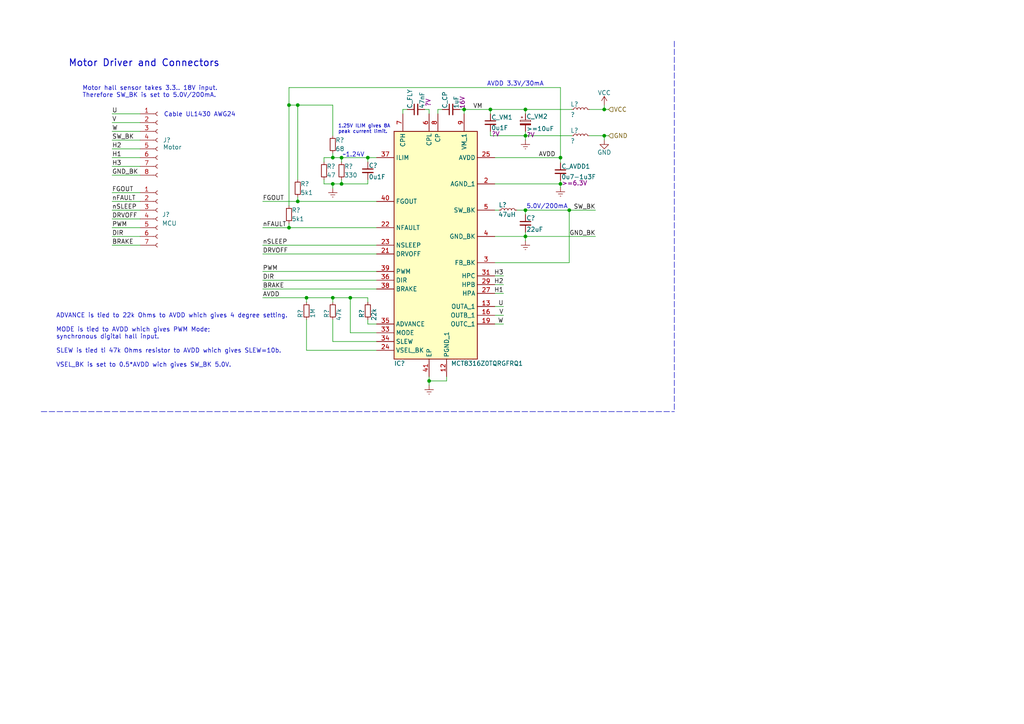
<source format=kicad_sch>
(kicad_sch (version 20211123) (generator eeschema)
  (paper "A4")
  (lib_symbols
    (symbol "Connector:Conn_01x07_Female" (pin_names (offset 1.016) hide)
      (property "Reference" "J" (at 0 10.16 0))
      (property "Value" "Conn_01x07_Female" (at 0 -10.16 0))
      (symbol "Conn_01x07_Female_1_1"
        (arc (start 0 -7.112) (mid -0.508 -7.62) (end 0 -8.128) (stroke (width 0.1524)))
        (arc (start 0 -4.572) (mid -0.508 -5.08) (end 0 -5.588) (stroke (width 0.1524)))
        (arc (start 0 -2.032) (mid -0.508 -2.54) (end 0 -3.048) (stroke (width 0.1524)))
        (polyline (pts (xy -1.27 -7.62) (xy -0.508 -7.62)) (stroke (width 0.1524)))
        (polyline (pts (xy -1.27 -5.08) (xy -0.508 -5.08)) (stroke (width 0.1524)))
        (polyline (pts (xy -1.27 -2.54) (xy -0.508 -2.54)) (stroke (width 0.1524)))
        (polyline (pts (xy -1.27 0) (xy -0.508 0)) (stroke (width 0.1524)))
        (polyline (pts (xy -1.27 2.54) (xy -0.508 2.54)) (stroke (width 0.1524)))
        (polyline (pts (xy -1.27 5.08) (xy -0.508 5.08)) (stroke (width 0.1524)))
        (polyline (pts (xy -1.27 7.62) (xy -0.508 7.62)) (stroke (width 0.1524)))
        (arc (start 0 0.508) (mid -0.508 0) (end 0 -0.508) (stroke (width 0.1524)))
        (arc (start 0 3.048) (mid -0.508 2.54) (end 0 2.032) (stroke (width 0.1524)))
        (arc (start 0 5.588) (mid -0.508 5.08) (end 0 4.572) (stroke (width 0.1524)))
        (arc (start 0 8.128) (mid -0.508 7.62) (end 0 7.112) (stroke (width 0.1524)))
        (pin passive line (at -5.08 7.62 0) (length 3.81) (name "Pin_1") (number "1"))
        (pin passive line (at -5.08 5.08 0) (length 3.81) (name "Pin_2") (number "2"))
        (pin passive line (at -5.08 2.54 0) (length 3.81) (name "Pin_3") (number "3"))
        (pin passive line (at -5.08 0 0) (length 3.81) (name "Pin_4") (number "4"))
        (pin passive line (at -5.08 -2.54 0) (length 3.81) (name "Pin_5") (number "5"))
        (pin passive line (at -5.08 -5.08 0) (length 3.81) (name "Pin_6") (number "6"))
        (pin passive line (at -5.08 -7.62 0) (length 3.81) (name "Pin_7") (number "7"))
      )
    )
    (symbol "Connector:Conn_01x08_Female" (pin_names (offset 1.016) hide)
      (property "Reference" "J" (at 0 10.16 0))
      (property "Value" "Conn_01x08_Female" (at 0 -12.7 0))
      (symbol "Conn_01x08_Female_1_1"
        (arc (start 0 -9.652) (mid -0.508 -10.16) (end 0 -10.668) (stroke (width 0.1524)))
        (arc (start 0 -7.112) (mid -0.508 -7.62) (end 0 -8.128) (stroke (width 0.1524)))
        (arc (start 0 -4.572) (mid -0.508 -5.08) (end 0 -5.588) (stroke (width 0.1524)))
        (arc (start 0 -2.032) (mid -0.508 -2.54) (end 0 -3.048) (stroke (width 0.1524)))
        (polyline (pts (xy -1.27 -10.16) (xy -0.508 -10.16)) (stroke (width 0.1524)))
        (polyline (pts (xy -1.27 -7.62) (xy -0.508 -7.62)) (stroke (width 0.1524)))
        (polyline (pts (xy -1.27 -5.08) (xy -0.508 -5.08)) (stroke (width 0.1524)))
        (polyline (pts (xy -1.27 -2.54) (xy -0.508 -2.54)) (stroke (width 0.1524)))
        (polyline (pts (xy -1.27 0) (xy -0.508 0)) (stroke (width 0.1524)))
        (polyline (pts (xy -1.27 2.54) (xy -0.508 2.54)) (stroke (width 0.1524)))
        (polyline (pts (xy -1.27 5.08) (xy -0.508 5.08)) (stroke (width 0.1524)))
        (polyline (pts (xy -1.27 7.62) (xy -0.508 7.62)) (stroke (width 0.1524)))
        (arc (start 0 0.508) (mid -0.508 0) (end 0 -0.508) (stroke (width 0.1524)))
        (arc (start 0 3.048) (mid -0.508 2.54) (end 0 2.032) (stroke (width 0.1524)))
        (arc (start 0 5.588) (mid -0.508 5.08) (end 0 4.572) (stroke (width 0.1524)))
        (arc (start 0 8.128) (mid -0.508 7.62) (end 0 7.112) (stroke (width 0.1524)))
        (pin passive line (at -5.08 7.62 0) (length 3.81) (name "Pin_1") (number "1"))
        (pin passive line (at -5.08 5.08 0) (length 3.81) (name "Pin_2") (number "2"))
        (pin passive line (at -5.08 2.54 0) (length 3.81) (name "Pin_3") (number "3"))
        (pin passive line (at -5.08 0 0) (length 3.81) (name "Pin_4") (number "4"))
        (pin passive line (at -5.08 -2.54 0) (length 3.81) (name "Pin_5") (number "5"))
        (pin passive line (at -5.08 -5.08 0) (length 3.81) (name "Pin_6") (number "6"))
        (pin passive line (at -5.08 -7.62 0) (length 3.81) (name "Pin_7") (number "7"))
        (pin passive line (at -5.08 -10.16 0) (length 3.81) (name "Pin_8") (number "8"))
      )
    )
    (symbol "Device:C_Polarized_Small" (pin_numbers hide) (pin_names (offset 0.254) hide)
      (property "Reference" "C" (at 0.254 1.778 0))
      (property "Value" "C_Polarized_Small" (at 0.254 -2.032 0))
      (symbol "C_Polarized_Small_0_1"
        (rectangle (start -1.524 -0.3048) (end 1.524 -0.6858) (fill (type outline)))
        (rectangle (start -1.524 0.6858) (end 1.524 0.3048))
        (polyline (pts (xy -1.27 1.524) (xy -0.762 1.524)))
        (polyline (pts (xy -1.016 1.27) (xy -1.016 1.778)))
      )
      (symbol "C_Polarized_Small_1_1"
        (pin passive line (at 0 2.54 270) (length 1.8542) (name "~") (number "1"))
        (pin passive line (at 0 -2.54 90) (length 1.8542) (name "~") (number "2"))
      )
    )
    (symbol "Device:C_Small" (pin_numbers hide) (pin_names (offset 0.254) hide)
      (property "Reference" "C" (at 0.254 1.778 0))
      (property "Value" "C_Small" (at 0.254 -2.032 0))
      (symbol "C_Small_0_1"
        (polyline (pts (xy -1.524 -0.508) (xy 1.524 -0.508)) (stroke (width 0.3302)))
        (polyline (pts (xy -1.524 0.508) (xy 1.524 0.508)) (stroke (width 0.3048)))
      )
      (symbol "C_Small_1_1"
        (pin passive line (at 0 2.54 270) (length 2.032) (name "~") (number "1"))
        (pin passive line (at 0 -2.54 90) (length 2.032) (name "~") (number "2"))
      )
    )
    (symbol "Device:L_Small" (pin_numbers hide) (pin_names (offset 0.254) hide)
      (property "Reference" "L" (at 0.762 1.016 0))
      (property "Value" "L_Small" (at 0.762 -1.016 0))
      (symbol "L_Small_0_1"
        (arc (start 0 -2.032) (mid 0.508 -1.524) (end 0 -1.016))
        (arc (start 0 -1.016) (mid 0.508 -0.508) (end 0 0))
        (arc (start 0 0) (mid 0.508 0.508) (end 0 1.016))
        (arc (start 0 1.016) (mid 0.508 1.524) (end 0 2.032))
      )
      (symbol "L_Small_1_1"
        (pin passive line (at 0 2.54 270) (length 0.508) (name "~") (number "1"))
        (pin passive line (at 0 -2.54 90) (length 0.508) (name "~") (number "2"))
      )
    )
    (symbol "Device:R_Small" (pin_numbers hide) (pin_names (offset 0.254) hide)
      (property "Reference" "R" (at 0.762 0.508 0))
      (property "Value" "R_Small" (at 0.762 -1.016 0))
      (symbol "R_Small_0_1"
        (rectangle (start -0.762 1.778) (end 0.762 -1.778) (stroke (width 0.2032)))
      )
      (symbol "R_Small_1_1"
        (pin passive line (at 0 2.54 270) (length 0.762) (name "~") (number "1"))
        (pin passive line (at 0 -2.54 90) (length 0.762) (name "~") (number "2"))
      )
    )
    (symbol "MCT8316Z0TQRGFRQ1:MCT8316Z0TQRGFRQ1"
      (property "Reference" "IC?" (at 5.08 -54.61 0))
      (property "Value" "MCT8316Z0TQRGFRQ1" (at 21.59 -54.61 0))
      (symbol "MCT8316Z0TQRGFRQ1_1_1"
        (rectangle (start 5.08 12.7) (end 29.21 -53.34) (stroke (width 0.254)) (fill (type background)))
        (pin no_connect line (at 29.21 -5.08 180) (length 5.08) hide (name "NC") (number "1"))
        (pin passive line (at 25.4 17.78 270) (length 5.08) hide (name "VM_2") (number "10"))
        (pin passive line (at 25.4 17.78 270) (length 5.08) hide (name "VM_3") (number "11"))
        (pin passive line (at 20.32 -58.42 90) (length 5.08) (name "PGND_1") (number "12"))
        (pin passive line (at 34.29 -38.1 180) (length 5.08) (name "OUTA_1") (number "13"))
        (pin passive line (at 34.29 -38.1 180) (length 5.08) hide (name "OUTA_2") (number "14"))
        (pin passive line (at 20.32 -58.42 90) (length 5.08) hide (name "PGND_2") (number "15"))
        (pin passive line (at 34.29 -40.64 180) (length 5.08) (name "OUTB_1") (number "16"))
        (pin passive line (at 34.29 -40.64 180) (length 5.08) hide (name "OUTB_2") (number "17"))
        (pin passive line (at 20.32 -58.42 90) (length 5.08) hide (name "PGND_3") (number "18"))
        (pin passive line (at 34.29 -43.18 180) (length 5.08) (name "OUTC_1") (number "19"))
        (pin passive line (at 34.29 -2.54 180) (length 5.08) (name "AGND_1") (number "2"))
        (pin passive line (at 34.29 -43.18 180) (length 5.08) hide (name "OUTC_2") (number "20"))
        (pin passive line (at 0 -22.86 0) (length 5.08) (name "DRVOFF") (number "21"))
        (pin passive line (at 0 -15.24 0) (length 5.08) (name "NFAULT") (number "22"))
        (pin passive line (at 0 -20.32 0) (length 5.08) (name "NSLEEP") (number "23"))
        (pin passive line (at 0 -50.8 0) (length 5.08) (name "VSEL_BK") (number "24"))
        (pin passive line (at 34.29 5.08 180) (length 5.08) (name "AVDD") (number "25"))
        (pin passive line (at 34.29 -2.54 180) (length 5.08) hide (name "AGND_2") (number "26"))
        (pin passive line (at 34.29 -34.29 180) (length 5.08) (name "HPA") (number "27"))
        (pin no_connect line (at 29.21 -21.59 180) (length 5.08) hide (name "HNA") (number "28"))
        (pin passive line (at 34.29 -31.75 180) (length 5.08) (name "HPB") (number "29"))
        (pin passive line (at 34.29 -25.4 180) (length 5.08) (name "FB_BK") (number "3"))
        (pin no_connect line (at 29.21 -21.59 180) (length 5.08) hide (name "HNB") (number "30"))
        (pin passive line (at 34.29 -29.21 180) (length 5.08) (name "HPC") (number "31"))
        (pin no_connect line (at 29.21 -21.59 180) (length 5.08) hide (name "HNC") (number "32"))
        (pin passive line (at 0 -45.72 0) (length 5.08) (name "MODE") (number "33"))
        (pin passive line (at 0 -48.26 0) (length 5.08) (name "SLEW") (number "34"))
        (pin passive line (at 0 -43.18 0) (length 5.08) (name "ADVANCE") (number "35"))
        (pin passive line (at 0 -30.48 0) (length 5.08) (name "DIR") (number "36"))
        (pin passive line (at 0 5.08 0) (length 5.08) (name "ILIM") (number "37"))
        (pin passive line (at 0 -33.02 0) (length 5.08) (name "BRAKE") (number "38"))
        (pin passive line (at 0 -27.94 0) (length 5.08) (name "PWM") (number "39"))
        (pin passive line (at 34.29 -17.78 180) (length 5.08) (name "GND_BK") (number "4"))
        (pin passive line (at 0 -7.62 0) (length 5.08) (name "FGOUT") (number "40"))
        (pin passive line (at 15.24 -58.42 90) (length 5.08) (name "EP") (number "41"))
        (pin passive line (at 34.29 -10.16 180) (length 5.08) (name "SW_BK") (number "5"))
        (pin passive line (at 15.24 17.78 270) (length 5.08) (name "CPL") (number "6"))
        (pin passive line (at 7.62 17.78 270) (length 5.08) (name "CPH") (number "7"))
        (pin passive line (at 17.78 17.78 270) (length 5.08) (name "CP") (number "8"))
        (pin passive line (at 25.4 17.78 270) (length 5.08) (name "VM_1") (number "9"))
      )
    )
    (symbol "power:GND" (power) (pin_names (offset 0))
      (property "Value" "GND" (at 0 -3.81 0))
      (symbol "GND_0_1"
        (polyline (pts (xy 0 0) (xy 0 -1.27) (xy 1.27 -1.27) (xy 0 -2.54) (xy -1.27 -1.27) (xy 0 -1.27)))
      )
      (symbol "GND_1_1"
        (pin power_in line (at 0 0 270) (length 0) hide (name "GND") (number "1"))
      )
    )
    (symbol "power:GNDREF" (power) (pin_names (offset 0))
      (property "Value" "GNDREF" (at 0 -3.81 0))
      (symbol "GNDREF_0_1"
        (polyline (pts (xy -0.635 -1.905) (xy 0.635 -1.905)))
        (polyline (pts (xy -0.127 -2.54) (xy 0.127 -2.54)))
        (polyline (pts (xy 0 -1.27) (xy 0 0)))
        (polyline (pts (xy 1.27 -1.27) (xy -1.27 -1.27)))
      )
      (symbol "GNDREF_1_1"
        (pin power_in line (at 0 0 270) (length 0) hide (name "GNDREF") (number "1"))
      )
    )
    (symbol "power:VCC" (power) (pin_names (offset 0))
      (property "Value" "VCC" (at 0 3.81 0))
      (symbol "VCC_0_1"
        (polyline (pts (xy -0.762 1.27) (xy 0 2.54)))
        (polyline (pts (xy 0 0) (xy 0 2.54)))
        (polyline (pts (xy 0 2.54) (xy 0.762 1.27)))
      )
      (symbol "VCC_1_1"
        (pin power_in line (at 0 0 90) (length 0) hide (name "VCC") (number "1"))
      )
    )
  )
  (junction (at 83.82 30.48))
  (junction (at 106.68 45.72))
  (junction (at 101.6 86.36))
  (junction (at 134.62 31.75))
  (junction (at 175.26 39.37))
  (junction (at 99.06 53.34))
  (junction (at 96.52 53.34))
  (junction (at 152.4 39.37))
  (junction (at 175.26 31.75))
  (junction (at 152.4 68.58))
  (junction (at 99.06 45.72))
  (junction (at 86.36 30.48))
  (junction (at 96.52 86.36))
  (junction (at 152.4 60.96))
  (junction (at 162.56 45.72))
  (junction (at 162.56 53.34))
  (junction (at 86.36 58.42))
  (junction (at 124.46 110.49))
  (junction (at 142.24 31.75))
  (junction (at 96.52 45.72))
  (junction (at 83.82 66.04))
  (junction (at 165.1 60.96))
  (junction (at 88.9 86.36))
  (junction (at 152.4 31.75))
  (wire (pts (xy 175.26 39.37) (xy 176.53 39.37)))
  (wire (pts (xy 152.4 62.23) (xy 152.4 60.96)))
  (wire (pts (xy 32.512 35.56) (xy 40.64 35.56)))
  (wire (pts (xy 32.512 45.72) (xy 40.64 45.72)))
  (wire (pts (xy 124.46 110.49) (xy 124.46 109.22)))
  (wire (pts (xy 93.98 53.34) (xy 96.52 53.34)))
  (wire (pts (xy 76.2 71.12) (xy 109.22 71.12)))
  (polyline (pts (xy 11.938 119.38) (xy 195.58 119.38)))
  (wire (pts (xy 32.512 48.26) (xy 40.64 48.26)))
  (wire (pts (xy 32.512 60.96) (xy 40.64 60.96)))
  (wire (pts (xy 143.51 85.09) (xy 146.05 85.09)))
  (wire (pts (xy 93.98 46.99) (xy 93.98 45.72)))
  (wire (pts (xy 129.54 109.22) (xy 129.54 110.49)))
  (wire (pts (xy 152.4 68.58) (xy 172.72 68.58)))
  (wire (pts (xy 96.52 53.34) (xy 96.52 54.61)))
  (wire (pts (xy 99.06 45.72) (xy 99.06 46.99)))
  (wire (pts (xy 96.52 86.36) (xy 96.52 87.63)))
  (wire (pts (xy 165.1 60.96) (xy 172.72 60.96)))
  (wire (pts (xy 76.2 66.04) (xy 83.82 66.04)))
  (wire (pts (xy 88.9 92.71) (xy 88.9 101.6)))
  (wire (pts (xy 109.22 96.52) (xy 101.6 96.52)))
  (wire (pts (xy 124.46 33.02) (xy 124.46 31.75)))
  (wire (pts (xy 143.51 88.9) (xy 146.05 88.9)))
  (wire (pts (xy 143.51 80.01) (xy 146.05 80.01)))
  (wire (pts (xy 106.68 92.71) (xy 106.68 93.98)))
  (wire (pts (xy 99.06 45.72) (xy 106.68 45.72)))
  (wire (pts (xy 170.942 31.75) (xy 175.26 31.75)))
  (wire (pts (xy 134.62 31.75) (xy 142.24 31.75)))
  (wire (pts (xy 86.36 58.42) (xy 86.36 57.15)))
  (wire (pts (xy 88.9 86.36) (xy 96.52 86.36)))
  (wire (pts (xy 86.36 30.48) (xy 86.36 52.07)))
  (wire (pts (xy 96.52 44.45) (xy 96.52 45.72)))
  (wire (pts (xy 88.9 101.6) (xy 109.22 101.6)))
  (wire (pts (xy 32.512 40.64) (xy 40.64 40.64)))
  (wire (pts (xy 162.56 45.72) (xy 162.56 47.244)))
  (wire (pts (xy 32.512 38.1) (xy 40.64 38.1)))
  (wire (pts (xy 143.51 60.96) (xy 144.78 60.96)))
  (wire (pts (xy 128.27 31.75) (xy 127 31.75)))
  (wire (pts (xy 143.51 76.2) (xy 165.1 76.2)))
  (wire (pts (xy 106.68 93.98) (xy 109.22 93.98)))
  (wire (pts (xy 142.24 31.75) (xy 142.24 33.02)))
  (wire (pts (xy 83.82 25.4) (xy 83.82 30.48)))
  (wire (pts (xy 106.68 45.72) (xy 106.68 46.99)))
  (wire (pts (xy 99.06 53.34) (xy 99.06 52.07)))
  (wire (pts (xy 88.9 86.36) (xy 88.9 87.63)))
  (wire (pts (xy 175.26 30.48) (xy 175.26 31.75)))
  (wire (pts (xy 76.2 81.28) (xy 109.22 81.28)))
  (wire (pts (xy 32.512 43.18) (xy 40.64 43.18)))
  (wire (pts (xy 143.51 91.44) (xy 146.05 91.44)))
  (wire (pts (xy 152.4 60.96) (xy 149.86 60.96)))
  (wire (pts (xy 106.68 52.07) (xy 106.68 53.34)))
  (wire (pts (xy 93.98 53.34) (xy 93.98 52.07)))
  (wire (pts (xy 96.52 99.06) (xy 109.22 99.06)))
  (wire (pts (xy 96.52 45.72) (xy 99.06 45.72)))
  (wire (pts (xy 83.82 66.04) (xy 109.22 66.04)))
  (wire (pts (xy 162.56 25.4) (xy 83.82 25.4)))
  (wire (pts (xy 129.54 110.49) (xy 124.46 110.49)))
  (wire (pts (xy 143.51 93.98) (xy 146.05 93.98)))
  (wire (pts (xy 32.512 66.04) (xy 40.64 66.04)))
  (wire (pts (xy 116.84 31.75) (xy 118.11 31.75)))
  (wire (pts (xy 32.512 63.5) (xy 40.64 63.5)))
  (wire (pts (xy 32.512 55.88) (xy 40.64 55.88)))
  (wire (pts (xy 162.56 53.34) (xy 162.56 54.356)))
  (wire (pts (xy 106.68 53.34) (xy 99.06 53.34)))
  (wire (pts (xy 96.52 53.34) (xy 99.06 53.34)))
  (wire (pts (xy 76.2 83.82) (xy 109.22 83.82)))
  (wire (pts (xy 101.6 86.36) (xy 106.68 86.36)))
  (wire (pts (xy 106.68 45.72) (xy 109.22 45.72)))
  (wire (pts (xy 83.82 30.48) (xy 86.36 30.48)))
  (wire (pts (xy 76.2 73.66) (xy 109.22 73.66)))
  (wire (pts (xy 32.512 33.02) (xy 40.64 33.02)))
  (wire (pts (xy 162.56 25.4) (xy 162.56 45.72)))
  (wire (pts (xy 96.52 86.36) (xy 101.6 86.36)))
  (wire (pts (xy 142.24 39.37) (xy 152.4 39.37)))
  (wire (pts (xy 142.24 38.1) (xy 142.24 39.37)))
  (wire (pts (xy 142.24 31.75) (xy 152.4 31.75)))
  (wire (pts (xy 76.2 58.42) (xy 86.36 58.42)))
  (wire (pts (xy 116.84 31.75) (xy 116.84 33.02)))
  (wire (pts (xy 143.51 82.55) (xy 146.05 82.55)))
  (wire (pts (xy 175.26 31.75) (xy 176.53 31.75)))
  (wire (pts (xy 152.4 31.75) (xy 165.862 31.75)))
  (wire (pts (xy 93.98 45.72) (xy 96.52 45.72)))
  (wire (pts (xy 101.6 96.52) (xy 101.6 86.36)))
  (wire (pts (xy 124.46 31.75) (xy 123.19 31.75)))
  (wire (pts (xy 152.4 68.58) (xy 152.4 69.85)))
  (wire (pts (xy 133.35 31.75) (xy 134.62 31.75)))
  (wire (pts (xy 83.82 66.04) (xy 83.82 64.77)))
  (wire (pts (xy 83.82 30.48) (xy 83.82 59.69)))
  (wire (pts (xy 162.56 52.324) (xy 162.56 53.34)))
  (wire (pts (xy 76.2 86.36) (xy 88.9 86.36)))
  (wire (pts (xy 152.4 39.37) (xy 165.862 39.37)))
  (wire (pts (xy 170.942 39.37) (xy 175.26 39.37)))
  (wire (pts (xy 32.512 71.12) (xy 40.64 71.12)))
  (wire (pts (xy 76.2 78.74) (xy 109.22 78.74)))
  (wire (pts (xy 32.512 58.42) (xy 40.64 58.42)))
  (polyline (pts (xy 195.58 11.938) (xy 195.58 119.38)))
  (wire (pts (xy 134.62 31.75) (xy 134.62 33.02)))
  (wire (pts (xy 96.52 30.48) (xy 96.52 39.37)))
  (wire (pts (xy 32.512 50.8) (xy 40.64 50.8)))
  (wire (pts (xy 32.512 68.58) (xy 40.64 68.58)))
  (wire (pts (xy 165.1 60.96) (xy 165.1 76.2)))
  (wire (pts (xy 86.36 58.42) (xy 109.22 58.42)))
  (wire (pts (xy 143.51 45.72) (xy 162.56 45.72)))
  (wire (pts (xy 127 31.75) (xy 127 33.02)))
  (wire (pts (xy 162.56 53.34) (xy 143.51 53.34)))
  (wire (pts (xy 152.4 38.1) (xy 152.4 39.37)))
  (wire (pts (xy 152.4 60.96) (xy 165.1 60.96)))
  (wire (pts (xy 96.52 92.71) (xy 96.52 99.06)))
  (wire (pts (xy 175.26 39.37) (xy 175.26 40.64)))
  (wire (pts (xy 106.68 87.63) (xy 106.68 86.36)))
  (wire (pts (xy 152.4 31.75) (xy 152.4 33.02)))
  (wire (pts (xy 124.46 110.49) (xy 124.46 111.76)))
  (wire (pts (xy 152.4 68.58) (xy 143.51 68.58)))
  (wire (pts (xy 152.4 67.31) (xy 152.4 68.58)))
  (wire (pts (xy 86.36 30.48) (xy 96.52 30.48)))
  (wire (pts (xy 152.4 39.37) (xy 152.4 40.64)))
  (text "~1.24V" (at 99.314 45.72 0) (effects (font (size 1.27 1.27)) (justify left bottom)))
  (text "1.25V ILIM gives 8A \npeak current limit." (at 98.044 38.862 0) (effects (font (size 1 1)) (justify left bottom)))
  (text "AVDD 3.3V/30mA" (at 141.224 25.146 0) (effects (font (size 1.27 1.27)) (justify left bottom)))
  (text "Motor Driver and Connectors" (at 19.812 19.558 0) (effects (font (size 2 2) (thickness 0.254) bold) (justify left bottom)))
  (text "5.0V/200mA" (at 152.654 60.706 0) (effects (font (size 1.27 1.27)) (justify left bottom)))
  (text "Cable UL1430 AWG24" (at 47.498 34.036 0) (effects (font (size 1.27 1.27)) (justify left bottom)))
  (text "ADVANCE is tied to 22k Ohms to AVDD which gives 4 degree setting.\n\nMODE is tied to AVDD which gives PWM Mode;\nsynchronous digital hall input.\n\nSLEW is tied ti 47k Ohms resistor to AVDD which gives SLEW=10b.\n\nVSEL_BK is set to 0.5*AVDD wich gives SW_BK 5.0V." (at 16.256 106.68 0) (effects (font (size 1.27 1.27)) (justify left bottom)))
  (text "Motor hall sensor takes 3.3.. 18V input.\nTherefore SW_BK is set to 5.0V/200mA." (at 23.876 28.448 0) (effects (font (size 1.27 1.27)) (justify left bottom)))
  (label "U" (at 146.05 88.9 180))
  (label "FGOUT" (at 76.2 58.42 0))
  (label "FGOUT" (at 32.512 55.88 0))
  (label "H2" (at 32.512 43.18 0))
  (label "H2" (at 146.05 82.55 180))
  (label "AVDD" (at 76.2 86.36 0))
  (label "PWM" (at 76.2 78.74 0))
  (label "W" (at 32.512 38.1 0))
  (label "V" (at 146.05 91.44 180))
  (label "DRVOFF" (at 76.2 73.66 0))
  (label "DRVOFF" (at 32.512 63.5 0))
  (label "AVDD" (at 156.21 45.72 0))
  (label "DIR" (at 32.512 68.58 0))
  (label "U" (at 32.512 33.02 0))
  (label "H1" (at 146.05 85.09 180))
  (label "BRAKE" (at 76.2 83.82 0))
  (label "nSLEEP" (at 76.2 71.12 0))
  (label "H1" (at 32.512 45.72 0))
  (label "PWM" (at 32.512 66.04 0))
  (label "H3" (at 146.05 80.01 180))
  (label "SW_BK" (at 32.512 40.64 0))
  (label "BRAKE" (at 32.512 71.12 0))
  (label "nFAULT" (at 32.512 58.42 0))
  (label "VM" (at 139.954 31.75 180))
  (label "H3" (at 32.512 48.26 0))
  (label "GND_BK" (at 32.512 50.8 0))
  (label "SW_BK" (at 172.72 60.96 180))
  (label "W" (at 146.05 93.98 180))
  (label "V" (at 32.512 35.56 0))
  (label "DIR" (at 76.2 81.28 0))
  (label "GND_BK" (at 172.72 68.58 180))
  (label "nFAULT" (at 76.2 66.04 0))
  (label "nSLEEP" (at 32.512 60.96 0))
  (hierarchical_label "GND" (shape input) (at 176.53 39.37 0))
  (hierarchical_label "VCC" (shape input) (at 176.53 31.75 0))
  (symbol (lib_id "power:GNDREF") (at 96.52 54.61 0) (unit 1)
    (property "Reference" "#PWR?" (effects hide))
    (property "Value" "GNDREF" (effects hide))
  )
  (symbol (lib_id "Device:C_Small") (at 162.56 49.784 0) (unit 1)
    (property "Reference" "C_AVDD1" (at 162.814 48.26 0) (effects (justify left)))
    (property "Value" "0u7-1u3F" (at 162.814 51.308 0) (effects (justify left)))
    (property "Voltage" ">=6.3V" (at 166.624 53.086 0))
  )
  (symbol (lib_id "Device:R_Small") (at 96.52 90.17 180) (unit 1)
    (property "Reference" "R?" (at 94.742 89.662 90) (effects (justify left)))
    (property "Value" "47k" (at 98.298 89.408 90) (effects (justify left)))
  )
  (symbol (lib_id "Device:R_Small") (at 96.52 41.91 0) (unit 1)
    (property "Reference" "R?" (at 97.282 40.64 0) (effects (justify left)))
    (property "Value" "68" (at 97.282 43.18 0) (effects (justify left)))
  )
  (symbol (lib_id "Device:R_Small") (at 106.68 90.17 180) (unit 1)
    (property "Reference" "R?" (at 104.902 89.662 90) (effects (justify left)))
    (property "Value" "22k" (at 108.458 89.408 90) (effects (justify left)))
  )
  (symbol (lib_id "Device:C_Polarized_Small") (at 152.4 35.56 0) (unit 1)
    (property "Reference" "C_VM2" (at 152.654 33.782 0) (effects (justify left)))
    (property "Value" ">=10uF" (at 152.654 37.338 0) (effects (justify left)))
    (property "Voltage" "?V" (at 153.924 39.116 0))
  )
  (symbol (lib_id "power:GNDREF") (at 152.4 69.85 0) (unit 1)
    (property "Reference" "#PWR?" (effects hide))
    (property "Value" "GNDREF" (effects hide))
  )
  (symbol (lib_id "MCT8316Z0TQRGFRQ1:MCT8316Z0TQRGFRQ1") (at 109.22 50.8 0) (unit 1)
    (property "Reference" "IC?" (at 114.3 105.41 0) (effects (justify left)))
    (property "Value" "MCT8316Z0TQRGFRQ1" (at 130.81 105.41 0) (effects (justify left)))
    (property "Reference_1" "IC" (effects hide))
    (property "Value_1" "MCT8316Z0TQRGFRQ1" (effects hide))
    (property "Footprint_1" "QFN50P500X700X100-41N-D" (effects hide))
    (property "Datasheet_1" "https://www.ti.com/lit/ds/symlink/mct8316z-q1.pdf?ts=1644468763902&ref_url=https%253A%252F%252Fwww.ti.com%252Fproduct%252FMCT8316Z-Q1" (effects hide))
    (property "Height" "1" (effects hide))
    (property "Mouser Part Number" "595-CT8316Z0TQRGFRQ1" (effects hide))
    (property "Mouser Price/Stock" "https://www.mouser.co.uk/ProductDetail/Texas-Instruments/MCT8316Z0TQRGFRQ1?qs=doiCPypUmgGjpIW3bYp16w%3D%3D" (effects hide))
    (property "Manufacturer_Name" "Texas Instruments" (effects hide))
    (property "Manufacturer_Part_Number" "MCT8316Z0TQRGFRQ1" (effects hide))
  )
  (symbol (lib_id "Device:L_Small") (at 147.32 60.96 90) (unit 1)
    (property "Reference" "L?" (at 145.796 59.436 90))
    (property "Value" "47uH" (at 147.066 62.23 90))
  )
  (symbol (lib_id "power:GNDREF") (at 162.56 54.356 0) (unit 1)
    (property "Reference" "#PWR?" (effects hide))
    (property "Value" "GNDREF" (effects hide))
  )
  (symbol (lib_id "Device:R_Small") (at 99.06 49.53 0) (unit 1)
    (property "Reference" "R?" (at 99.822 48.26 0) (effects (justify left)))
    (property "Value" "330" (at 99.822 50.8 0) (effects (justify left)))
  )
  (symbol (lib_id "power:GNDREF") (at 152.4 40.64 0) (unit 1)
    (property "Reference" "#PWR?" (effects hide))
    (property "Value" "GNDREF" (effects hide))
  )
  (symbol (lib_id "Connector:Conn_01x07_Female") (at 45.72 63.5 0) (unit 1)
    (property "Reference" "J?" (at 46.99 62.2299 0) (effects (justify left)))
    (property "Value" "MCU" (at 46.99 64.7699 0) (effects (justify left)))
  )
  (symbol (lib_id "power:GNDREF") (at 124.46 111.76 0) (unit 1)
    (property "Reference" "#PWR?" (effects hide))
    (property "Value" "GNDREF" (effects hide))
  )
  (symbol (lib_id "Device:C_Small") (at 152.4 64.77 0) (unit 1)
    (property "Reference" "C?" (at 152.654 63.246 0) (effects (justify left)))
    (property "Value" "22uF" (at 152.654 66.548 0) (effects (justify left)))
  )
  (symbol (lib_id "Device:C_Small") (at 130.81 31.75 90) (unit 1)
    (property "Reference" "C_CP" (at 129.032 31.496 0) (effects (justify left)))
    (property "Value" "1uF" (at 132.334 31.496 0) (effects (justify left)))
    (property "Voltage" "16V" (at 134.112 29.718 0))
  )
  (symbol (lib_id "power:VCC") (at 175.26 30.48 0) (unit 1)
    (property "Reference" "#PWR?" (effects hide))
    (property "Value" "VCC" (at 175.26 26.924 0))
  )
  (symbol (lib_id "Device:C_Small") (at 142.24 35.56 0) (unit 1)
    (property "Reference" "C_VM1" (at 142.494 34.036 0) (effects (justify left)))
    (property "Value" "0u1F" (at 142.494 37.084 0) (effects (justify left)))
    (property "Voltage" "?V" (at 143.764 38.862 0))
  )
  (symbol (lib_id "Device:R_Small") (at 93.98 49.53 0) (unit 1)
    (property "Reference" "R?" (at 94.742 48.26 0) (effects (justify left)))
    (property "Value" "47" (at 94.742 50.8 0) (effects (justify left)))
  )
  (symbol (lib_id "Device:R_Small") (at 88.9 90.17 180) (unit 1)
    (property "Reference" "R?" (at 87.122 89.662 90) (effects (justify left)))
    (property "Value" "1M" (at 90.678 89.408 90) (effects (justify left)))
  )
  (symbol (lib_id "Connector:Conn_01x08_Female") (at 45.72 40.64 0) (unit 1)
    (property "Reference" "J?" (at 47.244 40.6399 0) (effects (justify left)))
    (property "Value" "Motor" (at 47.244 42.672 0) (effects (justify left)))
  )
  (symbol (lib_id "Device:C_Small") (at 120.65 31.75 90) (unit 1)
    (property "Reference" "C_FLY" (at 118.872 31.496 0) (effects (justify left)))
    (property "Value" "47nF" (at 122.428 31.496 0) (effects (justify left)))
    (property "Voltage" "?V" (at 124.206 29.718 0))
  )
  (symbol (lib_id "Device:L_Small") (at 168.402 31.75 90) (unit 1)
    (property "Reference" "L?" (at 166.624 30.226 90))
    (property "Value" "?" (at 166.116 33.274 90))
  )
  (symbol (lib_id "Device:L_Small") (at 168.402 39.37 90) (unit 1)
    (property "Reference" "L?" (at 166.624 37.846 90))
    (property "Value" "?" (at 166.116 40.894 90))
  )
  (symbol (lib_id "Device:R_Small") (at 86.36 54.61 0) (unit 1)
    (property "Reference" "R?" (at 87.122 53.34 0) (effects (justify left)))
    (property "Value" "5k1" (at 87.122 55.88 0) (effects (justify left)))
  )
  (symbol (lib_id "Device:R_Small") (at 83.82 62.23 0) (unit 1)
    (property "Reference" "R?" (at 84.582 60.96 0) (effects (justify left)))
    (property "Value" "5k1" (at 84.582 63.5 0) (effects (justify left)))
  )
  (symbol (lib_id "power:GND") (at 175.26 40.64 0) (unit 1)
    (property "Reference" "#PWR?" (effects hide))
    (property "Value" "GND" (at 175.26 44.196 0))
  )
  (symbol (lib_id "Device:C_Small") (at 106.68 49.53 0) (unit 1)
    (property "Reference" "C?" (at 106.934 48.006 0) (effects (justify left)))
    (property "Value" "0u1F" (at 106.934 51.308 0) (effects (justify left)))
  )
)
</source>
